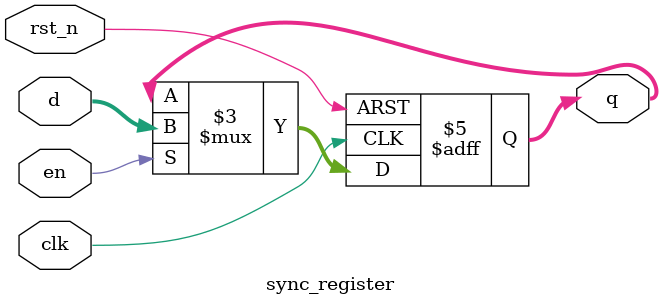
<source format=v>
module sync_register #(parameter WIDTH=32) (input clk, rst_n, en, input [WIDTH-1:0] d, output reg [WIDTH-1:0] q); always @(posedge clk or negedge rst_n) if (!rst_n) q <= 0; else if (en) q <= d; endmodule

</source>
